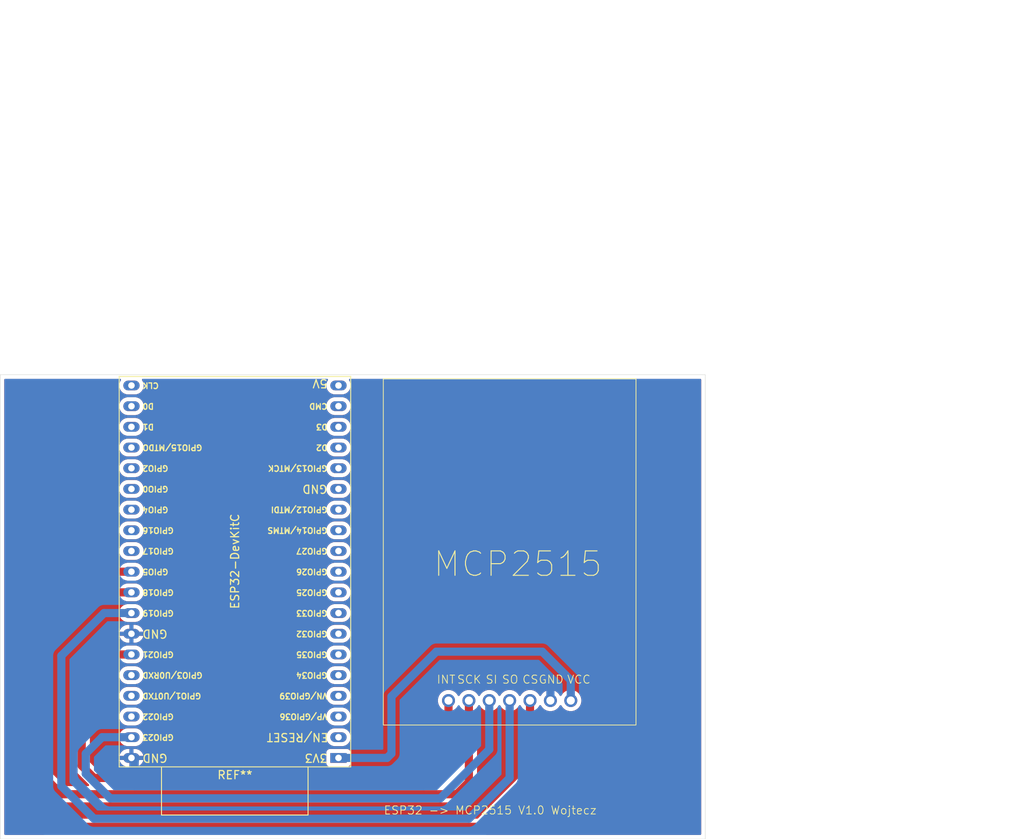
<source format=kicad_pcb>
(kicad_pcb (version 20241229) (generator "pcbnew") (generator_version "9.0")
  (layers (0 "F.Cu" signal) (2 "B.Cu" signal) (13 "F.Paste" user) (15 "B.Paste" user) (5 "F.SilkS" user "F.Silkscreen") (7 "B.SilkS" user "B.Silkscreen") (1 "F.Mask" user) (3 "B.Mask" user) (25 "Edge.Cuts" user))
  (net 0 "")
  (net 1 "Masa")
  (footprint "" (layer "F.Cu") (at 99 140.5 90)
    (property "Reference" "" (at 0 0 90) (layer "F.SilkS") (effects (font (size 1.27 1.27))))
    (property "Value" "")
    (pad "2" thru_hole oval (at 0 0 90) (size 1.6 1.6) (drill 1) (layers "*.Cu" "*.Mask"))
  )
  (footprint "" (layer "F.Cu") (at 106.5 140.5 90)
    (property "Reference" "" (at 0 0 90) (layer "F.SilkS") (effects (font (size 1.27 1.27))))
    (property "Value" "")
    (pad "5" thru_hole oval (at 0 0 90) (size 1.6 1.6) (drill 1) (layers "*.Cu" "*.Mask"))
  )
  (footprint "" (layer "F.Cu") (at 104 140.5 90)
    (property "Reference" "" (at 0 0 90) (layer "F.SilkS") (effects (font (size 1.27 1.27))))
    (property "Value" "")
    (pad "4" thru_hole oval (at 0 0 90) (size 1.6 1.6) (drill 1) (layers "*.Cu" "*.Mask"))
  )
  (footprint "PCM_Espressif:ESP32-DevKitC" (layer "F.Cu") (at 83 147.54 180)
    (property "Reference" "REF**" (at 12.7 -2.1 0) (layer "F.SilkS"))
    (property "Value" "ESP32-DevKitC" (at 12.7 24.13 90) (layer "F.SilkS"))
    (fp_line (start 26.9 -1.1) (end -1.499999 -1.1) (stroke (width 0.12)) (layer "F.SilkS"))
    (fp_line (start 26.899999 46.82) (end 26.9 -1.1) (stroke (width 0.12)) (layer "F.SilkS"))
    (fp_line (start 21.71332 -7.01312) (end 21.71332 -1.12032) (stroke (width 0.12)) (layer "F.SilkS"))
    (fp_line (start 3.73012 -1.12032) (end 3.73012 -7.01312) (stroke (width 0.12)) (layer "F.SilkS"))
    (fp_line (start 3.73012 -7.01312) (end 21.71332 -7.01312) (stroke (width 0.12)) (layer "F.SilkS"))
    (fp_line (start -1.499999 -1.1) (end -1.5 46.82) (stroke (width 0.12)) (layer "F.SilkS"))
    (fp_line (start -1.5 46.82) (end 26.899999 46.82) (stroke (width 0.12)) (layer "F.SilkS"))
    (fp_text user "GPIO14/MTMS" (at 1.27 27.94 180) (layer "F.SilkS") (effects (font (size 0.7 0.7)) (justify left)))
    (fp_text user "GPIO19" (at 24.13 17.78 180) (layer "F.SilkS") (effects (font (size 0.7 0.7)) (justify right)))
    (fp_text user "5V" (at 1.26632 45.97128 180) (layer "F.SilkS") (effects (justify left)))
    (fp_text user "GPIO23" (at 24.13 2.54 180) (layer "F.SilkS") (effects (font (size 0.7 0.7)) (justify right)))
    (fp_text user "GPIO2" (at 24.13 35.56 180) (layer "F.SilkS") (effects (font (size 0.7 0.7)) (justify right)))
    (fp_text user "CMD" (at 1.27 43.18 180) (layer "F.SilkS") (effects (font (size 0.7 0.7)) (justify left)))
    (fp_text user "GND" (at 24.13 15.24 180) (layer "F.SilkS") (effects (justify right)))
    (fp_text user "GPIO33" (at 1.27 17.78 180) (layer "F.SilkS") (effects (font (size 0.7 0.7)) (justify left)))
    (fp_text user "GPIO3/U0RXD" (at 24.13 10.16 180) (layer "F.SilkS") (effects (font (size 0.7 0.7)) (justify right)))
    (fp_text user "CLK" (at 24.13 45.72 180) (layer "F.SilkS") (effects (font (size 0.7 0.7)) (justify right)))
    (fp_text user "GPIO1/U0TXD" (at 24.13 7.62 180) (layer "F.SilkS") (effects (font (size 0.7 0.7)) (justify right)))
    (fp_text user "D3" (at 1.27 40.64 180) (layer "F.SilkS") (effects (font (size 0.7 0.7)) (justify left)))
    (fp_text user "3V3" (at 1.27 0 180) (layer "F.SilkS") (effects (justify left)))
    (fp_text user "GPIO35" (at 1.27 12.7 180) (layer "F.SilkS") (effects (font (size 0.7 0.7)) (justify left)))
    (fp_text user "GPIO4" (at 24.13 30.48 180) (layer "F.SilkS") (effects (font (size 0.7 0.7)) (justify right)))
    (fp_text user "GPIO5" (at 24.13 22.86 180) (layer "F.SilkS") (effects (font (size 0.7 0.7)) (justify right)))
    (fp_text user "D1" (at 24.13 40.64 180) (layer "F.SilkS") (effects (font (size 0.7 0.7)) (justify right)))
    (fp_text user "GPIO27" (at 1.27 25.4 180) (layer "F.SilkS") (effects (font (size 0.7 0.7)) (justify left)))
    (fp_text user "VP/GPIO36" (at 1.27 5.08 180) (layer "F.SilkS") (effects (font (size 0.7 0.7)) (justify left)))
    (fp_text user "GPIO32" (at 1.27 15.24 180) (layer "F.SilkS") (effects (font (size 0.7 0.7)) (justify left)))
    (fp_text user "GND" (at 1.27 33.02 180) (layer "F.SilkS") (effects (justify left)))
    (fp_text user "D0" (at 24.13 43.18 180) (layer "F.SilkS") (effects (font (size 0.7 0.7)) (justify right)))
    (fp_text user "GPIO17" (at 24.13 25.4 180) (layer "F.SilkS") (effects (font (size 0.7 0.7)) (justify right)))
    (fp_text user "GPIO18" (at 24.13 20.32 180) (layer "F.SilkS") (effects (font (size 0.7 0.7)) (justify right)))
    (fp_text user "GPIO34" (at 1.27 10.16 180) (layer "F.SilkS") (effects (font (size 0.7 0.7)) (justify left)))
    (fp_text user "GPIO25" (at 1.27 20.32 180) (layer "F.SilkS") (effects (font (size 0.7 0.7)) (justify left)))
    (fp_text user "GPIO26" (at 1.27 22.86 180) (layer "F.SilkS") (effects (font (size 0.7 0.7)) (justify left)))
    (fp_text user "EN/RESET" (at 8.88632 2.53728 180) (layer "F.SilkS") (effects (justify right)))
    (fp_text user "GPIO21" (at 24.13 12.7 180) (layer "F.SilkS") (effects (font (size 0.7 0.7)) (justify right)))
    (fp_text user "VN/GPIO39" (at 1.27 7.62 180) (layer "F.SilkS") (effects (font (size 0.7 0.7)) (justify left)))
    (fp_text user "GPIO22" (at 24.13 5.08 180) (layer "F.SilkS") (effects (font (size 0.7 0.7)) (justify right)))
    (fp_text user "D2" (at 1.27 38.1 180) (layer "F.SilkS") (effects (font (size 0.7 0.7)) (justify left)))
    (fp_text user "GPIO15/MTDO" (at 24.13 38.1 180) (layer "F.SilkS") (effects (font (size 0.7 0.7)) (justify right)))
    (fp_text user "GPIO13/MTCK" (at 1.27 35.56 180) (layer "F.SilkS") (effects (font (size 0.7 0.7)) (justify left)))
    (fp_text user "GPIO16" (at 24.13 27.94 180) (layer "F.SilkS") (effects (font (size 0.7 0.7)) (justify right)))
    (fp_text user "GPIO12/MTDI" (at 1.27 30.48 180) (layer "F.SilkS") (effects (font (size 0.7 0.7)) (justify left)))
    (fp_text user "GPIO0" (at 24.13 33.02 180) (layer "F.SilkS") (effects (font (size 0.7 0.7)) (justify right)))
    (fp_text user "GND" (at 24.13 0 180) (layer "F.SilkS") (effects (justify right)))
    (pad "1" thru_hole rect (at 0 0 90) (size 1.2 2) (drill 0.8) (layers "*.Cu" "*.Mask"))
    (pad "2" thru_hole oval (at 0 2.54 90) (size 1.2 2) (drill 0.8) (layers "*.Cu" "*.Mask"))
    (pad "3" thru_hole oval (at 0 5.08 90) (size 1.2 2) (drill 0.8) (layers "*.Cu" "*.Mask"))
    (pad "4" thru_hole oval (at 0 7.62 90) (size 1.2 2) (drill 0.8) (layers "*.Cu" "*.Mask"))
    (pad "5" thru_hole oval (at 0 10.16 90) (size 1.2 2) (drill 0.8) (layers "*.Cu" "*.Mask"))
    (pad "6" thru_hole oval (at 0 12.7 90) (size 1.2 2) (drill 0.8) (layers "*.Cu" "*.Mask"))
    (pad "7" thru_hole oval (at 0 15.24 90) (size 1.2 2) (drill 0.8) (layers "*.Cu" "*.Mask"))
    (pad "8" thru_hole oval (at 0 17.78 90) (size 1.2 2) (drill 0.8) (layers "*.Cu" "*.Mask"))
    (pad "9" thru_hole oval (at 0 20.32 90) (size 1.2 2) (drill 0.8) (layers "*.Cu" "*.Mask"))
    (pad "10" thru_hole oval (at 0 22.86 90) (size 1.2 2) (drill 0.8) (layers "*.Cu" "*.Mask"))
    (pad "11" thru_hole oval (at 0 25.4 90) (size 1.2 2) (drill 0.8) (layers "*.Cu" "*.Mask"))
    (pad "12" thru_hole oval (at 0 27.94 90) (size 1.2 2) (drill 0.8) (layers "*.Cu" "*.Mask"))
    (pad "13" thru_hole oval (at 0 30.48 90) (size 1.2 2) (drill 0.8) (layers "*.Cu" "*.Mask"))
    (pad "14" thru_hole oval (at 0 33.02 90) (size 1.2 2) (drill 0.8) (layers "*.Cu" "*.Mask"))
    (pad "15" thru_hole oval (at 0 35.56 90) (size 1.2 2) (drill 0.8) (layers "*.Cu" "*.Mask"))
    (pad "16" thru_hole oval (at 0 38.1 90) (size 1.2 2) (drill 0.8) (layers "*.Cu" "*.Mask"))
    (pad "17" thru_hole oval (at 0 40.64 90) (size 1.2 2) (drill 0.8) (layers "*.Cu" "*.Mask"))
    (pad "18" thru_hole oval (at 0 43.18 90) (size 1.2 2) (drill 0.8) (layers "*.Cu" "*.Mask"))
    (pad "19" thru_hole oval (at 0 45.72 90) (size 1.2 2) (drill 0.8) (layers "*.Cu" "*.Mask"))
    (pad "20" thru_hole oval (at 25.39632 45.71728 90) (size 1.2 2) (drill 0.8) (layers "*.Cu" "*.Mask"))
    (pad "21" thru_hole oval (at 25.39632 43.17728 90) (size 1.2 2) (drill 0.8) (layers "*.Cu" "*.Mask"))
    (pad "22" thru_hole oval (at 25.4 40.64 90) (size 1.2 2) (drill 0.8) (layers "*.Cu" "*.Mask"))
    (pad "23" thru_hole oval (at 25.4 38.1 90) (size 1.2 2) (drill 0.8) (layers "*.Cu" "*.Mask"))
    (pad "24" thru_hole oval (at 25.4 35.56 90) (size 1.2 2) (drill 0.8) (layers "*.Cu" "*.Mask"))
    (pad "25" thru_hole oval (at 25.4 33.02 90) (size 1.2 2) (drill 0.8) (layers "*.Cu" "*.Mask"))
    (pad "26" thru_hole oval (at 25.4 30.48 90) (size 1.2 2) (drill 0.8) (layers "*.Cu" "*.Mask"))
    (pad "27" thru_hole oval (at 25.4 27.94 90) (size 1.2 2) (drill 0.8) (layers "*.Cu" "*.Mask"))
    (pad "28" thru_hole oval (at 25.4 25.4 90) (size 1.2 2) (drill 0.8) (layers "*.Cu" "*.Mask"))
    (pad "29" thru_hole oval (at 25.4 22.86 90) (size 1.2 2) (drill 0.8) (layers "*.Cu" "*.Mask"))
    (pad "30" thru_hole oval (at 25.4 20.32 90) (size 1.2 2) (drill 0.8) (layers "*.Cu" "*.Mask"))
    (pad "31" thru_hole oval (at 25.4 17.78 90) (size 1.2 2) (drill 0.8) (layers "*.Cu" "*.Mask"))
    (pad "32" thru_hole oval (at 25.4 15.24 90) (size 1.2 2) (drill 0.8) (layers "*.Cu" "*.Mask") (net 1 "Masa"))
    (pad "33" thru_hole oval (at 25.4 12.7 90) (size 1.2 2) (drill 0.8) (layers "*.Cu" "*.Mask"))
    (pad "34" thru_hole oval (at 25.4 10.16 90) (size 1.2 2) (drill 0.8) (layers "*.Cu" "*.Mask"))
    (pad "35" thru_hole oval (at 25.4 7.62 90) (size 1.2 2) (drill 0.8) (layers "*.Cu" "*.Mask"))
    (pad "36" thru_hole oval (at 25.4 5.08 90) (size 1.2 2) (drill 0.8) (layers "*.Cu" "*.Mask"))
    (pad "37" thru_hole oval (at 25.4 2.54 90) (size 1.2 2) (drill 0.8) (layers "*.Cu" "*.Mask"))
    (pad "38" thru_hole oval (at 25.4 0 90) (size 1.2 2) (drill 0.8) (layers "*.Cu" "*.Mask") (net 1 "Masa"))
  )
  (footprint "" (layer "F.Cu") (at 96.5 140.5 90)
    (property "Reference" "" (at 0 0 90) (layer "F.SilkS") (effects (font (size 1.27 1.27))))
    (property "Value" "")
    (pad "1" thru_hole oval (at 0 0 90) (size 1.6 1.6) (drill 1) (layers "*.Cu" "*.Mask"))
  )
  (footprint "" (layer "F.Cu") (at 109 140.5 90)
    (property "Reference" "" (at 0 0 90) (layer "F.SilkS") (effects (font (size 1.27 1.27))))
    (property "Value" "")
    (pad "6" thru_hole oval (at 0 0 90) (size 1.6 1.6) (drill 1) (layers "*.Cu" "*.Mask"))
  )
  (footprint "" (layer "F.Cu") (at 101.5 140.5 90)
    (property "Reference" "" (at 0 0 90) (layer "F.SilkS") (effects (font (size 1.27 1.27))))
    (property "Value" "")
    (pad "3" thru_hole oval (at 0 0 90) (size 1.6 1.6) (drill 1) (layers "*.Cu" "*.Mask"))
  )
  (footprint "" (layer "F.Cu") (at 111.5 140.5 90)
    (property "Reference" "" (at 0 0 90) (layer "F.SilkS") (effects (font (size 1.27 1.27))))
    (property "Value" "")
    (pad "7" thru_hole oval (at 0 0 90) (size 1.6 1.6) (drill 1) (layers "*.Cu" "*.Mask"))
  )
  (gr_rect (start 88.5 101) (end 119.5 143.5) (stroke (width 0.1)) (fill no) (layer "F.SilkS"))
  (gr_rect (start 41.5 100.5) (end 128 157.5) (stroke (width 0.05)) (fill no) (layer "Edge.Cuts"))
  (gr_text "VCC" (at 111 138.5 0) (layer "F.SilkS") (effects (font (size 1 1) (thickness 0.1)) (justify left bottom)))
  (gr_text "SI\n" (at 101 138.5 0) (layer "F.SilkS") (effects (font (size 1 1) (thickness 0.1)) (justify left bottom)))
  (gr_text "SCK\n" (at 97.5 138.5 0) (layer "F.SilkS") (effects (font (size 1 1) (thickness 0.1)) (justify left bottom)))
  (gr_text "INT" (at 95 138.5 0) (layer "F.SilkS") (effects (font (size 1 1) (thickness 0.1)) (justify left bottom)))
  (gr_text "MCP2515" (at 94.5 125.5 0) (layer "F.SilkS") (effects (font (size 3 3) (thickness 0.125)) (justify left bottom)))
  (gr_text "CS\n" (at 105.5 138.5 0) (layer "F.SilkS") (effects (font (size 1 1) (thickness 0.1)) (justify left bottom)))
  (gr_text "GND" (at 107.5 138.5 0) (layer "F.SilkS") (effects (font (size 1 1) (thickness 0.1)) (justify left bottom)))
  (gr_text "SO" (at 103 138.5 0) (layer "F.SilkS") (effects (font (size 1 1) (thickness 0.1)) (justify left bottom)))
  (gr_text "ESP32 -> MCP2515 V1.0 Wojtecz" (at 88.5 154.55312 0) (layer "F.SilkS") (effects (font (size 1 1) (thickness 0.1)) (justify left bottom)))
  (segment (start 96.5 148.5) (end 95 150) (width 1) (layer "F.Cu") (net 0))
  (segment (start 49 152) (end 97.5 152) (width 1) (layer "F.Cu") (net 0))
  (segment (start 53 150) (end 51.5 148.5) (width 1) (layer "F.Cu") (net 0))
  (segment (start 57.6 127.22) (end 52.28 127.22) (width 1) (layer "F.Cu") (net 0))
  (segment (start 46 149) (end 49 152) (width 1) (layer "F.Cu") (net 0))
  (segment (start 97.5 152) (end 99 150.5) (width 1) (layer "F.Cu") (net 0))
  (segment (start 106.5 140.5) (end 106.5 150) (width 1) (layer "F.Cu") (net 0))
  (segment (start 51.5 136) (end 52.66 134.84) (width 1) (layer "F.Cu") (net 0))
  (segment (start 47.5 156) (end 43.5 152) (width 1) (layer "F.Cu") (net 0))
  (segment (start 100.5 156) (end 47.5 156) (width 1) (layer "F.Cu") (net 0))
  (segment (start 51.32 124.68) (end 57.6 124.68) (width 1) (layer "F.Cu") (net 0))
  (segment (start 51.5 148.5) (end 51.5 136) (width 1) (layer "F.Cu") (net 0))
  (segment (start 106.5 150) (end 100.5 156) (width 1) (layer "F.Cu") (net 0))
  (segment (start 46 133.5) (end 46 149) (width 1) (layer "F.Cu") (net 0))
  (segment (start 43.5 152) (end 43.5 132.5) (width 1) (layer "F.Cu") (net 0))
  (segment (start 52.66 134.84) (end 57.6 134.84) (width 1) (layer "F.Cu") (net 0))
  (segment (start 96.5 140.5) (end 96.5 148.5) (width 1) (layer "F.Cu") (net 0))
  (segment (start 99 150.5) (end 99 140.5) (width 1) (layer "F.Cu") (net 0))
  (segment (start 43.5 132.5) (end 51.32 124.68) (width 1) (layer "F.Cu") (net 0))
  (segment (start 95 150) (end 53 150) (width 1) (layer "F.Cu") (net 0))
  (segment (start 52.28 127.22) (end 46 133.5) (width 1) (layer "F.Cu") (net 0))
  (segment (start 95.5 152.5) (end 55 152.5) (width 1) (layer "B.Cu") (net 0))
  (segment (start 88.96 147.54) (end 83 147.54) (width 1) (layer "B.Cu") (net 0))
  (segment (start 54.24 129.76) (end 49 135) (width 1) (layer "B.Cu") (net 0))
  (segment (start 49 135) (end 49 151) (width 1) (layer "B.Cu") (net 0))
  (segment (start 99 155) (end 104 150) (width 1) (layer "B.Cu") (net 0))
  (segment (start 111.5 140.5) (end 111.5 138) (width 1) (layer "B.Cu") (net 0))
  (segment (start 52 147) (end 54 145) (width 1) (layer "B.Cu") (net 0))
  (segment (start 57.6 129.76) (end 54.24 129.76) (width 1) (layer "B.Cu") (net 0))
  (segment (start 101.5 146.5) (end 95.5 152.5) (width 1) (layer "B.Cu") (net 0))
  (segment (start 54 145) (end 57.6 145) (width 1) (layer "B.Cu") (net 0))
  (segment (start 89.5 140) (end 89.5 147) (width 1) (layer "B.Cu") (net 0))
  (segment (start 55 152.5) (end 52 149.5) (width 1) (layer "B.Cu") (net 0))
  (segment (start 52 149.5) (end 52 147) (width 1) (layer "B.Cu") (net 0))
  (segment (start 53 155) (end 99 155) (width 1) (layer "B.Cu") (net 0))
  (segment (start 95 134.5) (end 89.5 140) (width 1) (layer "B.Cu") (net 0))
  (segment (start 104 150) (end 104 140.5) (width 1) (layer "B.Cu") (net 0))
  (segment (start 49 151) (end 53 155) (width 1) (layer "B.Cu") (net 0))
  (segment (start 108 134.5) (end 95 134.5) (width 1) (layer "B.Cu") (net 0))
  (segment (start 111.5 138) (end 108 134.5) (width 1) (layer "B.Cu") (net 0))
  (segment (start 89.5 147) (end 88.96 147.54) (width 1) (layer "B.Cu") (net 0))
  (segment (start 101.5 140.5) (end 101.5 146.5) (width 1) (layer "B.Cu") (net 0))
  (segment (start 93.5 140) (end 93.5 151) (width 1) (layer "B.Cu") (net 1))
  (segment (start 109 140.5) (end 109 139) (width 1) (layer "B.Cu") (net 1))
  (segment (start 109 139) (end 106.5 136.5) (width 1) (layer "B.Cu") (net 1))
  (segment (start 58 151) (end 58 147.94) (width 1) (layer "B.Cu") (net 1))
  (segment (start 58 147.94) (end 57.6 147.54) (width 1) (layer "B.Cu") (net 1))
  (segment (start 106.5 136.5) (end 96.5 136.5) (width 1) (layer "B.Cu") (net 1))
  (segment (start 96.5 136.5) (end 96.5 137) (width 1) (layer "B.Cu") (net 1))
  (segment (start 96.5 137) (end 93.5 140) (width 1) (layer "B.Cu") (net 1))
  (segment (start 93.5 151) (end 58 151) (width 1) (layer "B.Cu") (net 1))
  (zone (net 1) (net_name "Masa") (layer "F.Cu") (connect_pads (clearance 0.5)) (min_thickness 0.25) (fill yes (thermal_gap 0.5) (thermal_bridge_width 0.5))
    (polygon (pts (xy 128 100.5) (xy 41.5 100.5) (xy 41.5 157.5) (xy 128 157.5)))
  )
  (zone (net 1) (net_name "Masa") (layer "B.Cu") (priority 1) (connect_pads (clearance 0.5)) (min_thickness 0.25) (fill yes (thermal_gap 0.5) (thermal_bridge_width 0.5))
    (polygon (pts (xy 128 100.5) (xy 41.5 100.5) (xy 41.5 157.5) (xy 128 157.5)))
  )
)
</source>
